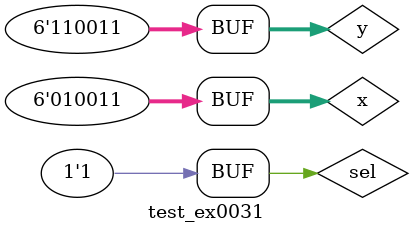
<source format=v>


module halfsum (output s0, output s1, input a, input b);

   xor XOR1(s0,a,b);
   and AND1(s1,a,b);

endmodule // halfsum

//---------------------------------------------------------


//--------------------------------------------------------
//-- Complete Sum
//---------------------------------------------------------

module completesum (output s0, output s1,input CarryIn, input a, input b);

	wire carryout1;	
	wire shs;
	wire carryout2;	
	
   
   halfsum HF1(shs,carryout1,a,b);
   halfsum HF2(s0,carryout2,CarryIn,shs);
   or OR1 (s1,carryout1,carryout2);

endmodule // completesum

//---------------------------------------------------------

//--------------------------------------------------------
//-- Full Subtractor / Sum
//---------------------------------------------------------

module fullsubs (output s0, output s1,input a, input b, input selec, input cin);

	wire sxor;
	
   
   xor XOR1(sxor,b,selec);
   completesum SC1(s0,s1,a,sxor,cin);


endmodule // fullsubs

//---------------------------------------------------------

module ex0031 (output s0,
					  output s1,
					  output s2,
					  output s3,
					  output s4, 
					  output s5,
					  output s6,
					  input [5:0] a,
					  input [5:0] b,
					  input selec);

	wire circ1;
	wire circ2;
	wire circ3;
	wire circ4;
	wire circ5;	


	fullsubs FULL1 (s0,circ1,a[0],b[0],selec,selec);
	fullsubs FULL2 (s1,circ2,a[1],b[1],circ1,selec);
	fullsubs FULL3 (s2,circ3,a[2],b[2],circ2,selec);
	fullsubs FULL4 (s3,circ4,a[3],b[3],circ3,selec);
	fullsubs FULL5 (s4,circ5,a[4],b[4],circ4,selec);
	fullsubs FULL6 (s5,s6,a[5],b[5],circ5,selec);
	

endmodule // ex0031 ;

	module test_ex0031; 
	
// ------------------------- definir dados 
           	reg [5:0] x; 
           	reg [5:0] y; 
		reg sel;

           	wire s0;
		wire s1;
		wire s2;
		wire s3;
		wire s4;
		wire s5;
		wire carryout;
		  
	ex0031 ERROR (s0,s1,s2,s3,s4,s5,s6,x,y,sel);
		
// ------------------------- parte principal
 initial begin
 	x = 6'b000000;		y=6'b111111;	sel = 1;		
   $display("Exercício 0031.v - Wender Zacarias Xavier - 427472");
	$display("Test Somador Algébrico selecionável (CarryIn)");
	$display("\n *** Resultado ***  ");
	$display("\n carryIn 0 = Soma \n carryIn 1 = Diferença \n");
	$monitor("x=%b	 y=%b	CarryIn = %b   \n  Resultado = %b%b%b%b%b%b%b  \n\n",x,y,sel,s6,s5,s4,s3,s2,s1,s0);

#1 x=6'b001111;	y = 6'b111011;
#1 sel= 6'b111111;
#1 x=6'b001111;	y = 6'b001111;
#1 x=6'b010011;	y = 6'b110011;

	
		end

endmodule //Exemplo0031

</source>
